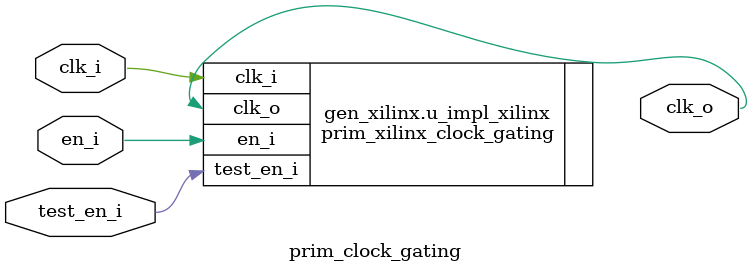
<source format=v>
module prim_clock_gating (
	clk_i,
	en_i,
	test_en_i,
	clk_o
);
	parameter [0:0] NoFpgaGate = 1'b0;
	parameter [0:0] FpgaBufGlobal = 1'b1;
	input clk_i;
	input en_i;
	input test_en_i;
	output wire clk_o;
	localparam integer Impl = 32'sd1;
	generate
		if (Impl == 32'sd1) begin : gen_xilinx
			prim_xilinx_clock_gating #(
				.FpgaBufGlobal(FpgaBufGlobal),
				.NoFpgaGate(NoFpgaGate)
			) u_impl_xilinx(
				.clk_i(clk_i),
				.en_i(en_i),
				.test_en_i(test_en_i),
				.clk_o(clk_o)
			);
		end
		else begin : gen_generic
			prim_generic_clock_gating #(
				.FpgaBufGlobal(FpgaBufGlobal),
				.NoFpgaGate(NoFpgaGate)
			) u_impl_generic(
				.clk_i(clk_i),
				.en_i(en_i),
				.test_en_i(test_en_i),
				.clk_o(clk_o)
			);
		end
	endgenerate
endmodule

</source>
